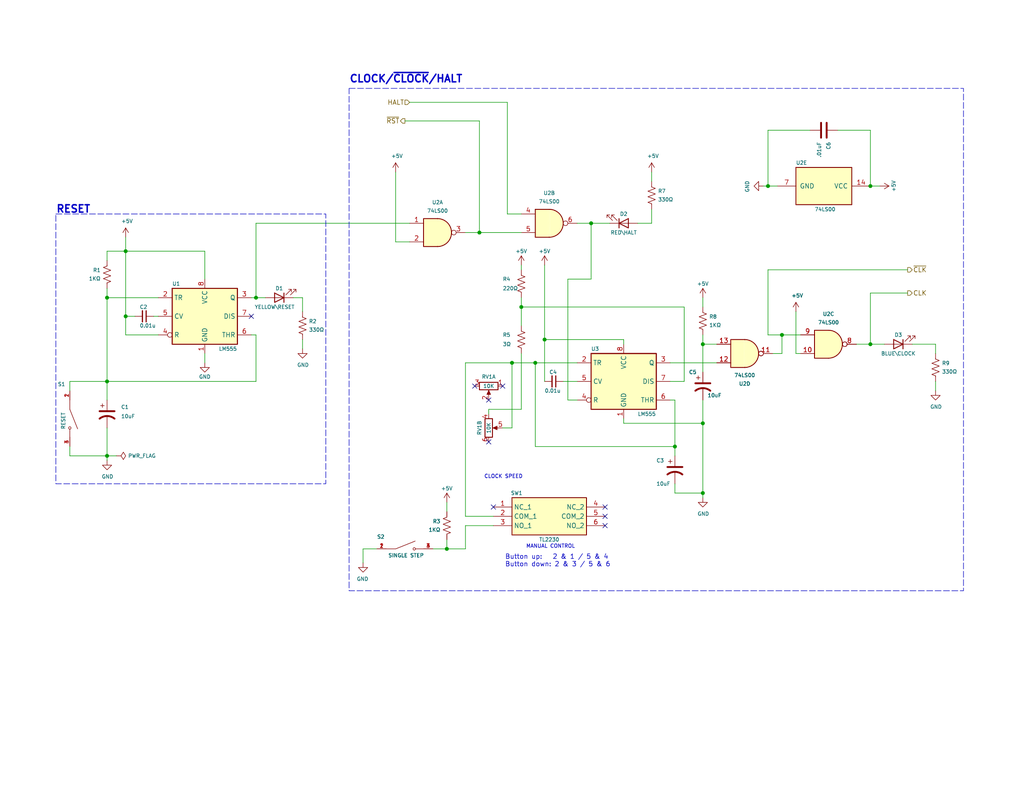
<source format=kicad_sch>
(kicad_sch (version 20230121) (generator eeschema)
  (paper "USLetter")
  (title_block (title "${project_name}") (date "2024-03-01") (rev "${version}"))
  (lib_symbols
    (symbol "Device:C" (pin_numbers hide) (pin_names (offset 0.254))
      (property "Reference" "C" (at 0.635 2.54 0))
      (property "Value" "C" (at 0.635 -2.54 0))
      (symbol "C_0_1"
        (polyline (pts (xy -2.032 -0.762) (xy 2.032 -0.762)) (stroke (width 0.508)))
        (polyline (pts (xy -2.032 0.762) (xy 2.032 0.762)) (stroke (width 0.508)))
      )
      (symbol "C_1_1"
        (pin passive line (at 0 3.81 270) (length 2.794) (name "~") (number "1"))
        (pin passive line (at 0 -3.81 90) (length 2.794) (name "~") (number "2"))
      )
    )
    (symbol "Device:C_Polarized_US" (pin_numbers hide) (pin_names (offset 0.254) hide)
      (property "Reference" "C" (at 0.635 2.54 0))
      (property "Value" "C_Polarized_US" (at 0.635 -2.54 0))
      (symbol "C_Polarized_US_0_1"
        (polyline (pts (xy -2.032 0.762) (xy 2.032 0.762)) (stroke (width 0.508)))
        (polyline (pts (xy -1.778 2.286) (xy -0.762 2.286)))
        (polyline (pts (xy -1.27 1.778) (xy -1.27 2.794)))
        (arc (start 2.032 -1.27) (mid 0 -0.5572) (end -2.032 -1.27) (stroke (width 0.508)))
      )
      (symbol "C_Polarized_US_1_1"
        (pin passive line (at 0 3.81 270) (length 2.794) (name "~") (number "1"))
        (pin passive line (at 0 -3.81 90) (length 3.302) (name "~") (number "2"))
      )
    )
    (symbol "Device:C_Small" (pin_numbers hide) (pin_names (offset 0.254) hide)
      (property "Reference" "C" (at 0.254 1.778 0))
      (property "Value" "C_Small" (at 0.254 -2.032 0))
      (symbol "C_Small_0_1"
        (polyline (pts (xy -1.524 -0.508) (xy 1.524 -0.508)) (stroke (width 0.3302)))
        (polyline (pts (xy -1.524 0.508) (xy 1.524 0.508)) (stroke (width 0.3048)))
      )
      (symbol "C_Small_1_1"
        (pin passive line (at 0 2.54 270) (length 2.032) (name "~") (number "1"))
        (pin passive line (at 0 -2.54 90) (length 2.032) (name "~") (number "2"))
      )
    )
    (symbol "Device:LED" (pin_numbers hide) (pin_names (offset 1.016) hide)
      (property "Reference" "D" (at 0 2.54 0))
      (property "Value" "LED" (at 0 -2.54 0))
      (symbol "LED_0_1"
        (polyline (pts (xy -1.27 -1.27) (xy -1.27 1.27)) (stroke (width 0.254)))
        (polyline (pts (xy -1.27 0) (xy 1.27 0)))
        (polyline (pts (xy 1.27 -1.27) (xy 1.27 1.27) (xy -1.27 0) (xy 1.27 -1.27)) (stroke (width 0.254)))
        (polyline (pts (xy -3.048 -0.762) (xy -4.572 -2.286) (xy -3.81 -2.286) (xy -4.572 -2.286) (xy -4.572 -1.524)))
        (polyline (pts (xy -1.778 -0.762) (xy -3.302 -2.286) (xy -2.54 -2.286) (xy -3.302 -2.286) (xy -3.302 -1.524)))
      )
      (symbol "LED_1_1"
        (pin passive line (at -3.81 0 0) (length 2.54) (name "K") (number "1"))
        (pin passive line (at 3.81 0 180) (length 2.54) (name "A") (number "2"))
      )
    )
    (symbol "Device:R_US" (pin_numbers hide) (pin_names (offset 0))
      (property "Reference" "R" (at 2.54 0 90))
      (property "Value" "R_US" (at -2.54 0 90))
      (symbol "R_US_0_1"
        (polyline (pts (xy 0 -2.286) (xy 0 -2.54)))
        (polyline (pts (xy 0 2.286) (xy 0 2.54)))
        (polyline (pts (xy 0 -0.762) (xy 1.016 -1.143) (xy 0 -1.524) (xy -1.016 -1.905) (xy 0 -2.286)))
        (polyline (pts (xy 0 0.762) (xy 1.016 0.381) (xy 0 0) (xy -1.016 -0.381) (xy 0 -0.762)))
        (polyline (pts (xy 0 2.286) (xy 1.016 1.905) (xy 0 1.524) (xy -1.016 1.143) (xy 0 0.762)))
      )
      (symbol "R_US_1_1"
        (pin passive line (at 0 3.81 270) (length 1.27) (name "~") (number "1"))
        (pin passive line (at 0 -3.81 90) (length 1.27) (name "~") (number "2"))
      )
    )
    (symbol "TL2230EEF140_1"
      (property "Reference" "S" (at 26.67 7.62 0))
      (property "Value" "TL2230EEF140" (at 26.67 5.08 0))
      (symbol "TL2230EEF140_1_1_1"
        (rectangle (start 5.08 2.54) (end 25.4 -7.62) (stroke (width 0.254)) (fill (type background)))
        (pin passive line (at 0 0 0) (length 5.08) (name "NC_1") (number "1"))
        (pin passive line (at 0 -2.54 0) (length 5.08) (name "COM_1") (number "2"))
        (pin passive line (at 0 -5.08 0) (length 5.08) (name "NO_1") (number "3"))
        (pin passive line (at 30.48 0 180) (length 5.08) (name "NC_2") (number "4"))
        (pin passive line (at 30.48 -2.54 180) (length 5.08) (name "COM_2") (number "5"))
        (pin passive line (at 30.48 -5.08 180) (length 5.08) (name "NO_2") (number "6"))
      )
    )
    (symbol "homebrew_cpu:74LS00" (pin_names (offset 1.016))
      (property "Reference" "U" (at 0 1.27 0))
      (property "Value" "74LS00" (at 0 -1.27 0))
      (symbol "74LS00_1_1"
        (arc (start 0 -3.81) (mid 3.7934 0) (end 0 3.81) (stroke (width 0.254)) (fill (type background)))
        (polyline (pts (xy 0 3.81) (xy -3.81 3.81) (xy -3.81 -3.81) (xy 0 -3.81)) (stroke (width 0.254)) (fill (type background)))
        (pin input line (at -7.62 2.54 0) (length 3.81) (name "~") (number "1"))
        (pin input line (at -7.62 -2.54 0) (length 3.81) (name "~") (number "2"))
        (pin output inverted (at 7.62 0 180) (length 3.81) (name "~") (number "3"))
      )
      (symbol "74LS00_1_2"
        (arc (start -3.81 -3.81) (mid -2.589 0) (end -3.81 3.81) (stroke (width 0.254)))
        (arc (start -0.6096 -3.81) (mid 2.1842 -2.5851) (end 3.81 0) (stroke (width 0.254)) (fill (type background)))
        (polyline (pts (xy -3.81 -3.81) (xy -0.635 -3.81)) (stroke (width 0.254)) (fill (type background)))
        (polyline (pts (xy -3.81 3.81) (xy -0.635 3.81)) (stroke (width 0.254)) (fill (type background)))
        (polyline (pts (xy -0.635 3.81) (xy -3.81 3.81) (xy -3.81 3.81) (xy -3.556 3.4036) (xy -3.0226 2.2606) (xy -2.6924 1.0414) (xy -2.6162 -0.254) (xy -2.7686 -1.4986) (xy -3.175 -2.7178) (xy -3.81 -3.81) (xy -3.81 -3.81) (xy -0.635 -3.81)) (stroke (width -25.4)) (fill (type background)))
        (arc (start 3.81 0) (mid 2.1915 2.5936) (end -0.6096 3.81) (stroke (width 0.254)) (fill (type background)))
        (pin input inverted (at -7.62 2.54 0) (length 4.318) (name "~") (number "1"))
        (pin input inverted (at -7.62 -2.54 0) (length 4.318) (name "~") (number "2"))
        (pin output line (at 7.62 0 180) (length 3.81) (name "~") (number "3"))
      )
      (symbol "74LS00_2_1"
        (arc (start 0 -3.81) (mid 3.7934 0) (end 0 3.81) (stroke (width 0.254)) (fill (type background)))
        (polyline (pts (xy 0 3.81) (xy -3.81 3.81) (xy -3.81 -3.81) (xy 0 -3.81)) (stroke (width 0.254)) (fill (type background)))
        (pin input line (at -7.62 2.54 0) (length 3.81) (name "~") (number "4"))
        (pin input line (at -7.62 -2.54 0) (length 3.81) (name "~") (number "5"))
        (pin output inverted (at 7.62 0 180) (length 3.81) (name "~") (number "6"))
      )
      (symbol "74LS00_2_2"
        (arc (start -3.81 -3.81) (mid -2.589 0) (end -3.81 3.81) (stroke (width 0.254)))
        (arc (start -0.6096 -3.81) (mid 2.1842 -2.5851) (end 3.81 0) (stroke (width 0.254)) (fill (type background)))
        (polyline (pts (xy -3.81 -3.81) (xy -0.635 -3.81)) (stroke (width 0.254)) (fill (type background)))
        (polyline (pts (xy -3.81 3.81) (xy -0.635 3.81)) (stroke (width 0.254)) (fill (type background)))
        (polyline (pts (xy -0.635 3.81) (xy -3.81 3.81) (xy -3.81 3.81) (xy -3.556 3.4036) (xy -3.0226 2.2606) (xy -2.6924 1.0414) (xy -2.6162 -0.254) (xy -2.7686 -1.4986) (xy -3.175 -2.7178) (xy -3.81 -3.81) (xy -3.81 -3.81) (xy -0.635 -3.81)) (stroke (width -25.4)) (fill (type background)))
        (arc (start 3.81 0) (mid 2.1915 2.5936) (end -0.6096 3.81) (stroke (width 0.254)) (fill (type background)))
        (pin input inverted (at -7.62 2.54 0) (length 4.318) (name "~") (number "4"))
        (pin input inverted (at -7.62 -2.54 0) (length 4.318) (name "~") (number "5"))
        (pin output line (at 7.62 0 180) (length 3.81) (name "~") (number "6"))
      )
      (symbol "74LS00_3_1"
        (arc (start 0 -3.81) (mid 3.7934 0) (end 0 3.81) (stroke (width 0.254)) (fill (type background)))
        (polyline (pts (xy 0 3.81) (xy -3.81 3.81) (xy -3.81 -3.81) (xy 0 -3.81)) (stroke (width 0.254)) (fill (type background)))
        (pin input line (at -7.62 -2.54 0) (length 3.81) (name "~") (number "10"))
        (pin output inverted (at 7.62 0 180) (length 3.81) (name "~") (number "8"))
        (pin input line (at -7.62 2.54 0) (length 3.81) (name "~") (number "9"))
      )
      (symbol "74LS00_3_2"
        (arc (start -3.81 -3.81) (mid -2.589 0) (end -3.81 3.81) (stroke (width 0.254)))
        (arc (start -0.6096 -3.81) (mid 2.1842 -2.5851) (end 3.81 0) (stroke (width 0.254)) (fill (type background)))
        (polyline (pts (xy -3.81 -3.81) (xy -0.635 -3.81)) (stroke (width 0.254)) (fill (type background)))
        (polyline (pts (xy -3.81 3.81) (xy -0.635 3.81)) (stroke (width 0.254)) (fill (type background)))
        (polyline (pts (xy -0.635 3.81) (xy -3.81 3.81) (xy -3.81 3.81) (xy -3.556 3.4036) (xy -3.0226 2.2606) (xy -2.6924 1.0414) (xy -2.6162 -0.254) (xy -2.7686 -1.4986) (xy -3.175 -2.7178) (xy -3.81 -3.81) (xy -3.81 -3.81) (xy -0.635 -3.81)) (stroke (width -25.4)) (fill (type background)))
        (arc (start 3.81 0) (mid 2.1915 2.5936) (end -0.6096 3.81) (stroke (width 0.254)) (fill (type background)))
        (pin input inverted (at -7.62 -2.54 0) (length 4.318) (name "~") (number "10"))
        (pin output line (at 7.62 0 180) (length 3.81) (name "~") (number "8"))
        (pin input inverted (at -7.62 2.54 0) (length 4.318) (name "~") (number "9"))
      )
      (symbol "74LS00_4_1"
        (arc (start 0 -3.81) (mid 3.7934 0) (end 0 3.81) (stroke (width 0.254)) (fill (type background)))
        (polyline (pts (xy 0 3.81) (xy -3.81 3.81) (xy -3.81 -3.81) (xy 0 -3.81)) (stroke (width 0.254)) (fill (type background)))
        (pin output inverted (at 7.62 0 180) (length 3.81) (name "~") (number "11"))
        (pin input line (at -7.62 2.54 0) (length 3.81) (name "~") (number "12"))
        (pin input line (at -7.62 -2.54 0) (length 3.81) (name "~") (number "13"))
      )
      (symbol "74LS00_4_2"
        (arc (start -3.81 -3.81) (mid -2.589 0) (end -3.81 3.81) (stroke (width 0.254)))
        (arc (start -0.6096 -3.81) (mid 2.1842 -2.5851) (end 3.81 0) (stroke (width 0.254)) (fill (type background)))
        (polyline (pts (xy -3.81 -3.81) (xy -0.635 -3.81)) (stroke (width 0.254)) (fill (type background)))
        (polyline (pts (xy -3.81 3.81) (xy -0.635 3.81)) (stroke (width 0.254)) (fill (type background)))
        (polyline (pts (xy -0.635 3.81) (xy -3.81 3.81) (xy -3.81 3.81) (xy -3.556 3.4036) (xy -3.0226 2.2606) (xy -2.6924 1.0414) (xy -2.6162 -0.254) (xy -2.7686 -1.4986) (xy -3.175 -2.7178) (xy -3.81 -3.81) (xy -3.81 -3.81) (xy -0.635 -3.81)) (stroke (width -25.4)) (fill (type background)))
        (arc (start 3.81 0) (mid 2.1915 2.5936) (end -0.6096 3.81) (stroke (width 0.254)) (fill (type background)))
        (pin output line (at 7.62 0 180) (length 3.81) (name "~") (number "11"))
        (pin input inverted (at -7.62 2.54 0) (length 4.318) (name "~") (number "12"))
        (pin input inverted (at -7.62 -2.54 0) (length 4.318) (name "~") (number "13"))
      )
      (symbol "74LS00_5_0"
        (pin power_in line (at 0 12.7 270) (length 5.08) (name "VCC") (number "14"))
        (pin power_in line (at 0 -12.7 90) (length 5.08) (name "GND") (number "7"))
      )
      (symbol "74LS00_5_1"
        (rectangle (start -5.08 7.62) (end 5.08 -7.62) (stroke (width 0.254)) (fill (type background)))
      )
    )
    (symbol "homebrew_cpu:LM555"
      (property "Reference" "U" (at -10.16 8.89 0))
      (property "Value" "LM555" (at 2.54 8.89 0))
      (symbol "LM555_0_0"
        (pin power_in line (at 0 -10.16 90) (length 2.54) (name "GND") (number "1"))
        (pin power_in line (at 0 10.16 270) (length 2.54) (name "VCC") (number "8"))
      )
      (symbol "LM555_0_1"
        (rectangle (start -8.89 -7.62) (end 8.89 7.62) (stroke (width 0.254)) (fill (type background)))
        (rectangle (start -8.89 -7.62) (end 8.89 7.62) (stroke (width 0.254)) (fill (type background)))
      )
      (symbol "LM555_1_1"
        (pin input line (at -12.7 5.08 0) (length 3.81) (name "TR") (number "2"))
        (pin output line (at 12.7 5.08 180) (length 3.81) (name "Q") (number "3"))
        (pin input inverted (at -12.7 -5.08 0) (length 3.81) (name "R") (number "4"))
        (pin input line (at -12.7 0 0) (length 3.81) (name "CV") (number "5"))
        (pin input line (at 12.7 -5.08 180) (length 3.81) (name "THR") (number "6"))
        (pin input line (at 12.7 0 180) (length 3.81) (name "DIS") (number "7"))
      )
    )
    (symbol "homebrew_cpu:R_Potentiometer_Dual_Separate" (pin_names (offset 1.016) hide)
      (property "Reference" "RV" (at -4.445 0 90))
      (property "Value" "R_Potentiometer_Dual_Separate" (at -2.54 0 90))
      (symbol "R_Potentiometer_Dual_Separate_0_1"
        (polyline (pts (xy 2.54 0) (xy 1.524 0)))
        (polyline (pts (xy 1.143 0) (xy 2.286 0.508) (xy 2.286 -0.508) (xy 1.143 0)) (fill (type outline)))
        (rectangle (start 1.016 2.54) (end -1.016 -2.54) (stroke (width 0.254)))
      )
      (symbol "R_Potentiometer_Dual_Separate_1_1"
        (pin input line (at 0 3.81 270) (length 1.27) (name "1") (number "1"))
        (pin output line (at 3.81 0 180) (length 1.27) (name "2") (number "2"))
        (pin input line (at 0 -3.81 90) (length 1.27) (name "3") (number "3"))
      )
      (symbol "R_Potentiometer_Dual_Separate_2_1"
        (pin passive line (at 0 3.81 270) (length 1.27) (name "4") (number "4"))
        (pin passive line (at 3.81 0 180) (length 1.27) (name "5") (number "5"))
        (pin passive line (at 0 -3.81 90) (length 1.27) (name "6") (number "6"))
      )
    )
    (symbol "homebrew_cpu:SW-1825967-1" (pin_names (offset 1.016) hide)
      (property "Reference" "S" (at -2.54 2.54 0))
      (property "Value" "SW-1825967-1" (at -2.54 -2.54 0))
      (symbol "SW-1825967-1_0_0"
        (polyline (pts (xy -2.54 0) (xy -5.08 0)) (stroke (width 0.1524)))
        (polyline (pts (xy -2.54 0) (xy 2.794 2.1336)) (stroke (width 0.1524)))
        (polyline (pts (xy 5.08 0) (xy 2.921 0)) (stroke (width 0.1524)))
        (circle (center 2.54 0) (radius 0.3302) (stroke (width 0.1524)))
        (pin passive line (at -7.62 0 0) (length 2.54) (name "~") (number "1"))
        (pin passive line (at -7.62 0 0) (length 2.54) (name "~") (number "2"))
        (pin passive line (at 7.62 0 180) (length 2.54) (name "~") (number "3"))
        (pin passive line (at 7.62 0 180) (length 2.54) (name "~") (number "4"))
      )
    )
    (symbol "power:+5V" (power) (pin_names (offset 0))
      (property "Value" "+5V" (at 0 3.556 0))
      (symbol "+5V_0_1"
        (polyline (pts (xy -0.762 1.27) (xy 0 2.54)))
        (polyline (pts (xy 0 0) (xy 0 2.54)))
        (polyline (pts (xy 0 2.54) (xy 0.762 1.27)))
      )
      (symbol "+5V_1_1"
        (pin power_in line (at 0 0 90) (length 0) hide (name "+5V") (number "1"))
      )
    )
    (symbol "power:GND" (power) (pin_names (offset 0))
      (property "Value" "GND" (at 0 -3.81 0))
      (symbol "GND_0_1"
        (polyline (pts (xy 0 0) (xy 0 -1.27) (xy 1.27 -1.27) (xy 0 -2.54) (xy -1.27 -1.27) (xy 0 -1.27)))
      )
      (symbol "GND_1_1"
        (pin power_in line (at 0 0 270) (length 0) hide (name "GND") (number "1"))
      )
    )
    (symbol "power:PWR_FLAG" (power) (pin_numbers hide) (pin_names (offset 0) hide)
      (property "Value" "PWR_FLAG" (at 0 3.81 0))
      (symbol "PWR_FLAG_0_0"
        (pin power_out line (at 0 0 90) (length 0) (name "pwr") (number "1"))
      )
      (symbol "PWR_FLAG_0_1"
        (polyline (pts (xy 0 0) (xy 0 1.27) (xy -1.016 1.905) (xy 0 2.54) (xy 1.016 1.905) (xy 0 1.27)))
      )
    )
  )
  (junction (at 146.05 99.06))
  (junction (at 191.77 93.98))
  (junction (at 213.36 91.44))
  (junction (at 139.7 99.06))
  (junction (at 130.81 63.5))
  (junction (at 184.15 121.92))
  (junction (at 148.59 92.71))
  (junction (at 237.49 93.98))
  (junction (at 34.29 86.36))
  (junction (at 29.21 104.14))
  (junction (at 29.21 81.28))
  (junction (at 237.49 50.8))
  (junction (at 191.77 134.62))
  (junction (at 121.92 149.86))
  (junction (at 161.29 60.96))
  (junction (at 142.24 83.82))
  (junction (at 191.77 115.57))
  (junction (at 69.85 81.28))
  (junction (at 29.21 124.46))
  (junction (at 34.29 68.58))
  (junction (at 209.55 50.8))
  (no_connect (at 134.62 138.43))
  (no_connect (at 129.54 105.41))
  (no_connect (at 165.1 143.51))
  (no_connect (at 165.1 138.43))
  (no_connect (at 133.35 109.22))
  (no_connect (at 133.35 120.65))
  (no_connect (at 165.1 140.97))
  (no_connect (at 137.16 105.41))
  (no_connect (at 68.58 86.36))
  (wire (pts (xy 191.77 91.44) (xy 191.77 93.98)))
  (wire (pts (xy 69.85 60.96) (xy 69.85 81.28)))
  (wire (pts (xy 208.28 50.8) (xy 209.55 50.8)))
  (wire (pts (xy 177.8 60.96) (xy 173.99 60.96)))
  (wire (pts (xy 161.29 76.2) (xy 161.29 60.96)))
  (wire (pts (xy 184.15 109.22) (xy 182.88 109.22)))
  (wire (pts (xy 133.35 113.03) (xy 133.35 111.76)))
  (wire (pts (xy 157.48 60.96) (xy 161.29 60.96)))
  (wire (pts (xy 213.36 91.44) (xy 213.36 96.52)))
  (wire (pts (xy 69.85 91.44) (xy 68.58 91.44)))
  (wire (pts (xy 142.24 83.82) (xy 186.69 83.82)))
  (wire (pts (xy 184.15 134.62) (xy 191.77 134.62)))
  (wire (pts (xy 130.81 33.02) (xy 130.81 63.5)))
  (wire (pts (xy 157.48 109.22) (xy 154.94 109.22)))
  (wire (pts (xy 220.98 35.56) (xy 209.55 35.56)))
  (wire (pts (xy 146.05 121.92) (xy 146.05 99.06)))
  (wire (pts (xy 237.49 35.56) (xy 237.49 50.8)))
  (wire (pts (xy 209.55 73.66) (xy 209.55 91.44)))
  (wire (pts (xy 29.21 124.46) (xy 29.21 125.73)))
  (wire (pts (xy 191.77 135.89) (xy 191.77 134.62)))
  (wire (pts (xy 209.55 73.66) (xy 247.65 73.66)))
  (wire (pts (xy 177.8 46.99) (xy 177.8 49.53)))
  (wire (pts (xy 237.49 80.01) (xy 237.49 93.98)))
  (wire (pts (xy 107.95 46.99) (xy 107.95 66.04)))
  (wire (pts (xy 154.94 109.22) (xy 154.94 76.2)))
  (wire (pts (xy 69.85 60.96) (xy 111.76 60.96)))
  (wire (pts (xy 127 63.5) (xy 130.81 63.5)))
  (wire (pts (xy 255.27 106.68) (xy 255.27 104.14)))
  (wire (pts (xy 34.29 68.58) (xy 34.29 86.36)))
  (wire (pts (xy 29.21 104.14) (xy 29.21 109.22)))
  (wire (pts (xy 154.94 76.2) (xy 161.29 76.2)))
  (wire (pts (xy 255.27 93.98) (xy 255.27 96.52)))
  (wire (pts (xy 182.88 99.06) (xy 195.58 99.06)))
  (wire (pts (xy 82.55 81.28) (xy 82.55 85.09)))
  (wire (pts (xy 139.7 99.06) (xy 139.7 116.84)))
  (wire (pts (xy 148.59 72.39) (xy 148.59 92.71)))
  (wire (pts (xy 153.67 104.14) (xy 157.48 104.14)))
  (wire (pts (xy 102.87 149.86) (xy 99.06 149.86)))
  (wire (pts (xy 142.24 72.39) (xy 142.24 73.66)))
  (wire (pts (xy 29.21 104.14) (xy 69.85 104.14)))
  (wire (pts (xy 161.29 60.96) (xy 166.37 60.96)))
  (wire (pts (xy 55.88 99.06) (xy 55.88 96.52)))
  (wire (pts (xy 177.8 57.15) (xy 177.8 60.96)))
  (wire (pts (xy 134.62 140.97) (xy 127 140.97)))
  (wire (pts (xy 34.29 91.44) (xy 34.29 86.36)))
  (wire (pts (xy 55.88 68.58) (xy 55.88 76.2)))
  (wire (pts (xy 29.21 78.74) (xy 29.21 81.28)))
  (wire (pts (xy 218.44 96.52) (xy 217.17 96.52)))
  (wire (pts (xy 127 143.51) (xy 127 149.86)))
  (wire (pts (xy 139.7 116.84) (xy 137.16 116.84)))
  (wire (pts (xy 142.24 111.76) (xy 142.24 96.52)))
  (wire (pts (xy 121.92 147.32) (xy 121.92 149.86)))
  (wire (pts (xy 138.43 27.94) (xy 111.76 27.94)))
  (wire (pts (xy 195.58 93.98) (xy 191.77 93.98)))
  (wire (pts (xy 29.21 116.84) (xy 29.21 124.46)))
  (wire (pts (xy 127 99.06) (xy 139.7 99.06)))
  (wire (pts (xy 130.81 63.5) (xy 142.24 63.5)))
  (wire (pts (xy 209.55 91.44) (xy 213.36 91.44)))
  (wire (pts (xy 170.18 92.71) (xy 170.18 93.98)))
  (wire (pts (xy 191.77 115.57) (xy 191.77 109.22)))
  (wire (pts (xy 99.06 149.86) (xy 99.06 153.67)))
  (wire (pts (xy 237.49 93.98) (xy 233.68 93.98)))
  (wire (pts (xy 191.77 134.62) (xy 191.77 115.57)))
  (wire (pts (xy 34.29 86.36) (xy 36.83 86.36)))
  (wire (pts (xy 130.81 33.02) (xy 110.49 33.02)))
  (wire (pts (xy 118.11 149.86) (xy 121.92 149.86)))
  (wire (pts (xy 213.36 91.44) (xy 218.44 91.44)))
  (wire (pts (xy 184.15 121.92) (xy 146.05 121.92)))
  (wire (pts (xy 191.77 93.98) (xy 191.77 101.6)))
  (wire (pts (xy 34.29 64.77) (xy 34.29 68.58)))
  (wire (pts (xy 184.15 121.92) (xy 184.15 124.46)))
  (wire (pts (xy 142.24 83.82) (xy 142.24 88.9)))
  (wire (pts (xy 138.43 27.94) (xy 138.43 58.42)))
  (wire (pts (xy 134.62 143.51) (xy 127 143.51)))
  (wire (pts (xy 34.29 68.58) (xy 55.88 68.58)))
  (wire (pts (xy 68.58 81.28) (xy 69.85 81.28)))
  (wire (pts (xy 186.69 104.14) (xy 182.88 104.14)))
  (wire (pts (xy 139.7 99.06) (xy 146.05 99.06)))
  (wire (pts (xy 170.18 114.3) (xy 170.18 115.57)))
  (wire (pts (xy 19.05 124.46) (xy 29.21 124.46)))
  (wire (pts (xy 80.01 81.28) (xy 82.55 81.28)))
  (wire (pts (xy 209.55 50.8) (xy 212.09 50.8)))
  (wire (pts (xy 69.85 81.28) (xy 72.39 81.28)))
  (wire (pts (xy 69.85 91.44) (xy 69.85 104.14)))
  (wire (pts (xy 121.92 137.16) (xy 121.92 139.7)))
  (wire (pts (xy 133.35 111.76) (xy 142.24 111.76)))
  (wire (pts (xy 121.92 149.86) (xy 127 149.86)))
  (wire (pts (xy 248.92 93.98) (xy 255.27 93.98)))
  (wire (pts (xy 138.43 58.42) (xy 142.24 58.42)))
  (wire (pts (xy 41.91 86.36) (xy 43.18 86.36)))
  (wire (pts (xy 213.36 96.52) (xy 210.82 96.52)))
  (wire (pts (xy 29.21 81.28) (xy 43.18 81.28)))
  (wire (pts (xy 228.6 35.56) (xy 237.49 35.56)))
  (wire (pts (xy 170.18 115.57) (xy 191.77 115.57)))
  (wire (pts (xy 142.24 81.28) (xy 142.24 83.82)))
  (wire (pts (xy 146.05 99.06) (xy 157.48 99.06)))
  (wire (pts (xy 34.29 91.44) (xy 43.18 91.44)))
  (wire (pts (xy 237.49 80.01) (xy 247.65 80.01)))
  (wire (pts (xy 217.17 85.09) (xy 217.17 96.52)))
  (wire (pts (xy 29.21 81.28) (xy 29.21 104.14)))
  (wire (pts (xy 19.05 121.92) (xy 19.05 124.46)))
  (wire (pts (xy 148.59 92.71) (xy 148.59 104.14)))
  (wire (pts (xy 184.15 109.22) (xy 184.15 121.92)))
  (wire (pts (xy 29.21 124.46) (xy 31.75 124.46)))
  (wire (pts (xy 29.21 68.58) (xy 34.29 68.58)))
  (wire (pts (xy 19.05 104.14) (xy 29.21 104.14)))
  (wire (pts (xy 191.77 83.82) (xy 191.77 81.28)))
  (wire (pts (xy 209.55 35.56) (xy 209.55 50.8)))
  (wire (pts (xy 29.21 71.12) (xy 29.21 68.58)))
  (wire (pts (xy 107.95 66.04) (xy 111.76 66.04)))
  (wire (pts (xy 148.59 92.71) (xy 170.18 92.71)))
  (wire (pts (xy 186.69 83.82) (xy 186.69 104.14)))
  (wire (pts (xy 19.05 104.14) (xy 19.05 106.68)))
  (wire (pts (xy 240.03 50.8) (xy 237.49 50.8)))
  (wire (pts (xy 237.49 93.98) (xy 241.3 93.98)))
  (wire (pts (xy 127 99.06) (xy 127 140.97)))
  (wire (pts (xy 82.55 95.25) (xy 82.55 92.71)))
  (wire (pts (xy 184.15 132.08) (xy 184.15 134.62)))
  (rectangle (start 15.24 58.42) (end 88.9 132.08) (stroke (width 0) (type dash)))
  (rectangle (start 95.25 24.13) (end 262.89 161.29) (stroke (width 0) (type dash)))
  (text "Button up:   2 & 1 / 5 & 4\nButton down: 2 & 3 / 5 & 6" (at 137.795 154.94 0) (effects (font (size 1.27 1.27)) (justify left bottom)))
  (text "CLOCK SPEED" (at 132.08 130.81 0) (effects (font (size 1 1)) (justify left bottom)))
  (text "RESET" (at 15.24 58.42 0) (effects (font (size 2 2) (thickness 0.4) bold) (justify left bottom)))
  (text "CLOCK/~{CLOCK}/HALT" (at 95.25 22.86 0) (effects (font (size 2 2) (thickness 0.4) bold) (justify left bottom)))
  (text "MANUAL CONTROL" (at 143.51 149.86 0) (effects (font (size 1 1)) (justify left bottom)))
  (hierarchical_label "~{RST}" (shape output) (at 110.49 33.02 180))
  (hierarchical_label "HALT" (shape input) (at 111.76 27.94 180))
  (hierarchical_label "CLK" (shape output) (at 247.65 80.01 0))
  (hierarchical_label "~{CLK}" (shape output) (at 247.65 73.66 0))
  (symbol (lib_id "power:+5V") (at 177.8 46.99 0) (unit 1)
    (property "Reference" "#PWR014" (effects hide))
    (property "Value" "+5V" (at 178.181 42.5958 0) (effects (font (size 1 1))))
  )
  (symbol (lib_id "power:PWR_FLAG") (at 31.75 124.46 270) (unit 1)
    (property "Reference" "#FLG02" (effects hide))
    (property "Value" "PWR_FLAG" (at 34.925 124.46 90) (effects (font (size 1 1)) (justify left)))
  )
  (symbol (lib_id "power:GND") (at 29.21 125.73 0) (unit 1)
    (property "Reference" "#PWR04" (effects hide))
    (property "Value" "GND" (at 29.337 130.1242 0) (effects (font (size 1 1))))
  )
  (symbol (lib_id "Device:C") (at 224.79 35.56 270) (unit 1)
    (property "Reference" "C6" (at 226.06 38.735 0) (effects (font (size 1 1)) (justify left)))
    (property "Value" ".01uF" (at 223.52 38.735 0) (effects (font (size 1 1)) (justify left)))
    (property "Footprint" "Capacitor_THT:C_Disc_D4.7mm_W2.5mm_P5.00mm" (effects hide))
  )
  (symbol (lib_id "Device:C_Polarized_US") (at 29.21 113.03 0) (unit 1)
    (property "Reference" "C1" (at 33.02 111.125 0) (effects (font (size 1 1)) (justify left)))
    (property "Value" "10uF" (at 33.02 113.665 0) (effects (font (size 1 1)) (justify left)))
    (property "Footprint" "Capacitor_THT:CP_Radial_D4.0mm_P2.00mm" (effects hide))
  )
  (symbol (lib_id "Device:R_US") (at 29.21 74.93 0) (mirror y) (unit 1)
    (property "Reference" "R1" (at 27.4828 73.7616 0) (effects (font (size 1 1)) (justify left)))
    (property "Value" "1KΩ" (at 27.4828 76.073 0) (effects (font (size 1 1)) (justify left)))
    (property "Footprint" "Resistor_THT:R_Axial_DIN0207_L6.3mm_D2.5mm_P7.62mm_Horizontal" (effects hide))
  )
  (symbol (lib_id "Device:R_US") (at 191.77 87.63 0) (unit 1)
    (property "Reference" "R8" (at 193.4972 86.4616 0) (effects (font (size 1 1)) (justify left)))
    (property "Value" "1KΩ" (at 193.4972 88.773 0) (effects (font (size 1 1)) (justify left)))
    (property "Footprint" "Resistor_THT:R_Axial_DIN0207_L6.3mm_D2.5mm_P7.62mm_Horizontal" (effects hide))
  )
  (symbol (lib_id "homebrew_cpu:74LS00") (at 119.38 63.5 0) (unit 1)
    (property "Reference" "U2" (at 119.38 55.245 0) (effects (font (size 1 1))))
    (property "Value" "74LS00" (at 119.38 57.5564 0) (effects (font (size 1 1))))
    (property "Footprint" "footprints:DIP-14_W7.62mm_Socket" (effects hide))
    (property "Datasheet" "http://www.ti.com/lit/gpn/sn74ls00" (effects hide))
  )
  (symbol (lib_id "Device:LED") (at 76.2 81.28 180) (unit 1)
    (property "Reference" "D1" (at 76.2 78.74 0) (effects (font (size 1 1))))
    (property "Value" "YELLOW\\RESET" (at 74.93 83.82 0) (effects (font (size 1 1))))
    (property "Footprint" "LED_THT:LED_D3.0mm" (effects hide))
  )
  (symbol (lib_id "Device:R_US") (at 255.27 100.33 180) (unit 1)
    (property "Reference" "R9" (at 256.9972 99.1616 0) (effects (font (size 1 1)) (justify right)))
    (property "Value" "330Ω" (at 256.9972 101.473 0) (effects (font (size 1 1)) (justify right)))
    (property "Footprint" "Resistor_THT:R_Axial_DIN0207_L6.3mm_D2.5mm_P7.62mm_Horizontal" (effects hide))
  )
  (symbol (lib_id "power:GND") (at 55.88 99.06 0) (unit 1)
    (property "Reference" "#PWR06" (effects hide))
    (property "Value" "GND" (at 55.88 102.87 0) (effects (font (size 1 1))))
  )
  (symbol (lib_id "power:+5V") (at 148.59 72.39 0) (unit 1)
    (property "Reference" "#PWR013" (effects hide))
    (property "Value" "+5V" (at 148.59 68.58 0) (effects (font (size 1 1))))
  )
  (symbol (lib_id "homebrew_cpu:74LS00") (at 226.06 93.98 0) (unit 3)
    (property "Reference" "U2" (at 226.06 85.725 0) (effects (font (size 1 1))))
    (property "Value" "74LS00" (at 226.06 88.0364 0) (effects (font (size 1 1))))
    (property "Footprint" "footprints:DIP-14_W7.62mm_Socket" (effects hide))
    (property "Datasheet" "http://www.ti.com/lit/gpn/sn74ls00" (effects hide))
  )
  (symbol (lib_id "Device:C_Small") (at 151.13 104.14 270) (unit 1)
    (property "Reference" "C4" (at 149.86 101.6 90) (effects (font (size 1 1)) (justify left)))
    (property "Value" "0.01u" (at 148.59 106.68 90) (effects (font (size 1 1)) (justify left)))
    (property "Footprint" "Capacitor_THT:C_Disc_D4.7mm_W2.5mm_P5.00mm" (effects hide))
  )
  (symbol (lib_id "homebrew_cpu:SW-1825967-1") (at 110.49 149.86 0) (unit 1)
    (property "Reference" "S2" (at 102.87 146.558 0) (effects (font (size 1 1)) (justify left)))
    (property "Value" "SINGLE STEP" (at 105.918 151.638 0) (effects (font (size 1 1)) (justify left)))
    (property "Footprint" "footprints:SW_1825967-1" (effects hide))
    (property "Comment" "1825967-1" (effects hide))
  )
  (symbol (lib_id "power:+5V") (at 121.92 137.16 0) (mirror y) (unit 1)
    (property "Reference" "#PWR010" (effects hide))
    (property "Value" "+5V" (at 121.92 133.35 0) (effects (font (size 1 1))))
  )
  (symbol (lib_id "homebrew_cpu:R_Potentiometer_Dual_Separate") (at 133.35 105.41 270) (unit 1)
    (property "Reference" "RV1" (at 133.35 102.87 90) (effects (font (size 1 1))))
    (property "Value" "10K" (at 133.35 105.41 90) (effects (font (size 1 1))))
    (property "Footprint" "footprints:10K_Audio_Slide_Pot" (effects hide))
  )
  (symbol (lib_id "homebrew_cpu:74LS00") (at 224.79 50.8 270) (unit 5)
    (property "Reference" "U2" (at 217.17 44.45 90) (effects (font (size 1 1)) (justify left)))
    (property "Value" "74LS00" (at 222.25 57.15 90) (effects (font (size 1 1)) (justify left)))
    (property "Footprint" "footprints:DIP-14_W7.62mm_Socket" (effects hide))
    (property "Datasheet" "http://www.ti.com/lit/gpn/sn74ls00" (effects hide))
  )
  (symbol (lib_name "TL2230EEF140_1") (lib_id "homebrew_cpu:TL2230EEF140") (at 134.62 138.43 0) (unit 1)
    (property "Reference" "SW1" (at 140.97 134.62 0) (effects (font (size 1 1))))
    (property "Value" "TL2230" (at 149.86 147.32 0) (effects (font (size 1 1))))
    (property "Footprint" "footprints:TL2230EEF140" (effects hide))
    (property "Datasheet" "https://componentsearchengine.com/Datasheets/1/TL2230EEF140.pdf" (effects hide))
    (property "Height" "12.5" (effects hide))
    (property "Mouser Part Number" "612-TL2230EEF140" (effects hide))
    (property "Mouser Price/Stock" "https://www.mouser.co.uk/ProductDetail/E-Switch/TL2230EEF140?qs=QtyuwXswaQjTiABN8BG5yQ%3D%3D" (effects hide))
    (property "Manufacturer_Name" "E-Switch" (effects hide))
    (property "Manufacturer_Part_Number" "TL2230EEF140" (effects hide))
  )
  (symbol (lib_id "homebrew_cpu:R_Potentiometer_Dual_Separate") (at 133.35 116.84 0) (unit 2)
    (property "Reference" "RV1" (at 130.81 116.84 90) (effects (font (size 1 1))))
    (property "Value" "10K" (at 133.35 116.84 90) (effects (font (size 1 1))))
    (property "Footprint" "footprints:10K_Audio_Slide_Pot" (effects hide))
  )
  (symbol (lib_id "Device:R_US") (at 82.55 88.9 180) (unit 1)
    (property "Reference" "R2" (at 84.2772 87.7316 0) (effects (font (size 1 1)) (justify right)))
    (property "Value" "330Ω" (at 84.2772 90.043 0) (effects (font (size 1 1)) (justify right)))
    (property "Footprint" "Resistor_THT:R_Axial_DIN0207_L6.3mm_D2.5mm_P7.62mm_Horizontal" (effects hide))
  )
  (symbol (lib_id "power:+5V") (at 34.29 64.77 0) (unit 1)
    (property "Reference" "#PWR05" (effects hide))
    (property "Value" "+5V" (at 34.671 60.3758 0) (effects (font (size 1 1))))
  )
  (symbol (lib_id "Device:R_US") (at 142.24 92.71 0) (unit 1)
    (property "Reference" "R5" (at 137.16 91.44 0) (effects (font (size 1 1)) (justify left)))
    (property "Value" "3Ω" (at 137.16 93.98 0) (effects (font (size 1 1)) (justify left)))
    (property "Footprint" "Resistor_THT:R_Axial_DIN0207_L6.3mm_D2.5mm_P7.62mm_Horizontal" (effects hide))
  )
  (symbol (lib_id "power:+5V") (at 240.03 50.8 270) (unit 1)
    (property "Reference" "#PWR020" (effects hide))
    (property "Value" "+5V" (at 243.84 50.8 0) (effects (font (size 1 1))))
  )
  (symbol (lib_id "Device:R_US") (at 121.92 143.51 0) (mirror y) (unit 1)
    (property "Reference" "R3" (at 120.1928 142.3416 0) (effects (font (size 1 1)) (justify left)))
    (property "Value" "1KΩ" (at 120.1928 144.653 0) (effects (font (size 1 1)) (justify left)))
    (property "Footprint" "Resistor_THT:R_Axial_DIN0207_L6.3mm_D2.5mm_P7.62mm_Horizontal" (effects hide))
  )
  (symbol (lib_id "power:GND") (at 255.27 106.68 0) (unit 1)
    (property "Reference" "#PWR019" (effects hide))
    (property "Value" "GND" (at 255.397 111.0742 0) (effects (font (size 1 1))))
  )
  (symbol (lib_id "power:GND") (at 82.55 95.25 0) (unit 1)
    (property "Reference" "#PWR09" (effects hide))
    (property "Value" "GND" (at 82.677 99.6442 0) (effects (font (size 1 1))))
  )
  (symbol (lib_id "Device:C_Small") (at 39.37 86.36 270) (unit 1)
    (property "Reference" "C2" (at 38.1 83.82 90) (effects (font (size 1 1)) (justify left)))
    (property "Value" "0.01u" (at 38.1 88.9 90) (effects (font (size 1 1)) (justify left)))
    (property "Footprint" "Capacitor_THT:C_Disc_D4.7mm_W2.5mm_P5.00mm" (effects hide))
  )
  (symbol (lib_id "homebrew_cpu:LM555") (at 170.18 104.14 0) (unit 1)
    (property "Reference" "U3" (at 161.29 95.25 0) (effects (font (size 1 1)) (justify left)))
    (property "Value" "LM555" (at 173.99 113.03 0) (effects (font (size 1 1)) (justify left)))
    (property "Footprint" "footprints:DIP-8_W7.62mm_Socket" (effects hide))
    (property "Datasheet" "http://www.ti.com/lit/ds/symlink/ne555.pdf" (effects hide))
  )
  (symbol (lib_id "power:+5V") (at 191.77 81.28 0) (unit 1)
    (property "Reference" "#PWR016" (effects hide))
    (property "Value" "+5V" (at 191.77 77.47 0) (effects (font (size 1 1))))
  )
  (symbol (lib_id "power:GND") (at 208.28 50.8 270) (unit 1)
    (property "Reference" "#PWR021" (effects hide))
    (property "Value" "GND" (at 203.8858 50.927 0) (effects (font (size 1 1))))
  )
  (symbol (lib_id "Device:C_Polarized_US") (at 184.15 128.27 0) (unit 1)
    (property "Reference" "C3" (at 179.07 125.73 0) (effects (font (size 1 1)) (justify left)))
    (property "Value" "10uF" (at 179.07 132.08 0) (effects (font (size 1 1)) (justify left)))
    (property "Footprint" "Capacitor_THT:CP_Radial_D4.0mm_P2.00mm" (effects hide))
  )
  (symbol (lib_id "power:GND") (at 191.77 135.89 0) (unit 1)
    (property "Reference" "#PWR017" (effects hide))
    (property "Value" "GND" (at 191.897 140.2842 0) (effects (font (size 1 1))))
  )
  (symbol (lib_id "Device:C_Polarized_US") (at 191.77 105.41 0) (unit 1)
    (property "Reference" "C5" (at 187.96 101.6 0) (effects (font (size 1 1)) (justify left)))
    (property "Value" "10uF" (at 193.04 107.95 0) (effects (font (size 1 1)) (justify left)))
    (property "Footprint" "Capacitor_THT:CP_Radial_D4.0mm_P2.00mm" (effects hide))
  )
  (symbol (lib_id "homebrew_cpu:74LS00") (at 203.2 96.52 0) (mirror x) (unit 4)
    (property "Reference" "U2" (at 203.2 104.775 0) (effects (font (size 1 1))))
    (property "Value" "74LS00" (at 203.2 102.4636 0) (effects (font (size 1 1))))
    (property "Footprint" "footprints:DIP-14_W7.62mm_Socket" (effects hide))
    (property "Datasheet" "http://www.ti.com/lit/gpn/sn74ls00" (effects hide))
  )
  (symbol (lib_id "power:+5V") (at 142.24 72.39 0) (unit 1)
    (property "Reference" "#PWR011" (effects hide))
    (property "Value" "+5V" (at 142.24 68.58 0) (effects (font (size 1 1))))
  )
  (symbol (lib_id "homebrew_cpu:74LS00") (at 149.86 60.96 0) (unit 2)
    (property "Reference" "U2" (at 149.86 52.705 0) (effects (font (size 1 1))))
    (property "Value" "74LS00" (at 149.86 55.0164 0) (effects (font (size 1 1))))
    (property "Footprint" "footprints:DIP-14_W7.62mm_Socket" (effects hide))
    (property "Datasheet" "http://www.ti.com/lit/gpn/sn74ls00" (effects hide))
  )
  (symbol (lib_id "power:+5V") (at 107.95 46.99 0) (unit 1)
    (property "Reference" "#PWR08" (effects hide))
    (property "Value" "+5V" (at 108.331 42.5958 0) (effects (font (size 1 1))))
  )
  (symbol (lib_id "homebrew_cpu:LM555") (at 55.88 86.36 0) (unit 1)
    (property "Reference" "U1" (at 46.99 77.47 0) (effects (font (size 1 1)) (justify left)))
    (property "Value" "LM555" (at 59.69 95.25 0) (effects (font (size 1 1)) (justify left)))
    (property "Footprint" "footprints:DIP-8_W7.62mm_Socket" (effects hide))
    (property "Datasheet" "http://www.ti.com/lit/ds/symlink/ne555.pdf" (effects hide))
  )
  (symbol (lib_id "Device:LED") (at 245.11 93.98 180) (unit 1)
    (property "Reference" "D3" (at 245.11 91.44 0) (effects (font (size 1 1))))
    (property "Value" "BLUE\\CLOCK" (at 245.11 96.52 0) (effects (font (size 1 1))))
    (property "Footprint" "LED_THT:LED_D3.0mm" (effects hide))
  )
  (symbol (lib_id "Device:LED") (at 170.18 60.96 0) (mirror x) (unit 1)
    (property "Reference" "D2" (at 170.18 58.42 0) (effects (font (size 1 1))))
    (property "Value" "RED\\HALT" (at 170.18 63.5 0) (effects (font (size 1 1))))
    (property "Footprint" "LED_THT:LED_D3.0mm" (effects hide))
  )
  (symbol (lib_id "power:GND") (at 99.06 153.67 0) (mirror y) (unit 1)
    (property "Reference" "#PWR07" (effects hide))
    (property "Value" "GND" (at 98.933 158.0642 0) (effects (font (size 1 1))))
  )
  (symbol (lib_id "Device:R_US") (at 142.24 77.47 0) (unit 1)
    (property "Reference" "R4" (at 137.16 76.2 0) (effects (font (size 1 1)) (justify left)))
    (property "Value" "220Ω" (at 137.16 78.74 0) (effects (font (size 1 1)) (justify left)))
    (property "Footprint" "Resistor_THT:R_Axial_DIN0207_L6.3mm_D2.5mm_P7.62mm_Horizontal" (effects hide))
  )
  (symbol (lib_id "power:+5V") (at 217.17 85.09 0) (unit 1)
    (property "Reference" "#PWR018" (effects hide))
    (property "Value" "+5V" (at 217.551 80.6958 0) (effects (font (size 1 1))))
  )
  (symbol (lib_id "Device:R_US") (at 177.8 53.34 180) (unit 1)
    (property "Reference" "R7" (at 179.5272 52.1716 0) (effects (font (size 1 1)) (justify right)))
    (property "Value" "330Ω" (at 179.5272 54.483 0) (effects (font (size 1 1)) (justify right)))
    (property "Footprint" "Resistor_THT:R_Axial_DIN0207_L6.3mm_D2.5mm_P7.62mm_Horizontal" (effects hide))
  )
  (symbol (lib_id "homebrew_cpu:SW-1825967-1") (at 19.05 114.3 270) (unit 1)
    (property "Reference" "S1" (at 15.748 104.902 90) (effects (font (size 1 1)) (justify left)))
    (property "Value" "RESET" (at 17.272 112.522 0) (effects (font (size 1 1)) (justify left)))
    (property "Footprint" "footprints:SW_1825967-1" (effects hide))
    (property "Comment" "1825967-1" (effects hide))
  )
)
</source>
